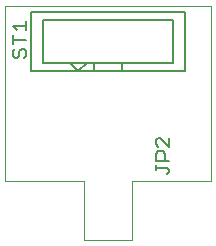
<source format=gto>
G75*
%MOIN*%
%OFA0B0*%
%FSLAX24Y24*%
%IPPOS*%
%LPD*%
%AMOC8*
5,1,8,0,0,1.08239X$1,22.5*
%
%ADD10C,0.0000*%
%ADD11C,0.0050*%
D10*
X000100Y002069D02*
X002738Y002069D01*
X002738Y000100D01*
X004313Y000100D01*
X004313Y002069D01*
X006950Y002069D01*
X006950Y007902D01*
X000100Y007902D01*
X000100Y002069D01*
D11*
X000966Y005741D02*
X000966Y007709D01*
X006084Y007709D01*
X006084Y005741D01*
X003998Y005741D01*
X003053Y005741D01*
X003053Y006016D01*
X003998Y006016D01*
X003998Y005741D01*
X003998Y006016D02*
X005691Y006016D01*
X005691Y007434D01*
X001360Y007434D01*
X001360Y006016D01*
X002265Y006016D01*
X002541Y005741D01*
X002817Y006016D01*
X002265Y006016D01*
X002541Y005741D02*
X000966Y005741D01*
X000725Y006175D02*
X000800Y006250D01*
X000800Y006400D01*
X000725Y006475D01*
X000650Y006475D01*
X000575Y006400D01*
X000575Y006250D01*
X000500Y006175D01*
X000425Y006175D01*
X000350Y006250D01*
X000350Y006400D01*
X000425Y006475D01*
X000350Y006636D02*
X000350Y006936D01*
X000350Y006786D02*
X000800Y006786D01*
X000800Y007096D02*
X000800Y007396D01*
X000800Y007246D02*
X000350Y007246D01*
X000500Y007096D01*
X002541Y005741D02*
X003053Y005741D01*
X003053Y006016D02*
X002817Y006016D01*
X005200Y003515D02*
X005125Y003440D01*
X005125Y003290D01*
X005200Y003215D01*
X005200Y003055D02*
X005350Y003055D01*
X005425Y002980D01*
X005425Y002754D01*
X005575Y002754D02*
X005125Y002754D01*
X005125Y002980D01*
X005200Y003055D01*
X005575Y003215D02*
X005275Y003515D01*
X005200Y003515D01*
X005575Y003515D02*
X005575Y003215D01*
X005125Y002594D02*
X005125Y002444D01*
X005125Y002519D02*
X005500Y002519D01*
X005575Y002444D01*
X005575Y002369D01*
X005500Y002294D01*
M02*

</source>
